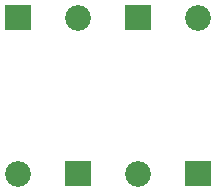
<source format=gbr>
G04 start of page 6 for group -4062 idx -4062 *
G04 Title: (unknown), soldermask *
G04 Creator: pcb 20110918 *
G04 CreationDate: Mon 25 Mar 2013 04:22:40 AM GMT UTC *
G04 For: ndholmes *
G04 Format: Gerber/RS-274X *
G04 PCB-Dimensions: 83000 80000 *
G04 PCB-Coordinate-Origin: lower left *
%MOIN*%
%FSLAX25Y25*%
%LNBOTTOMMASK*%
%ADD34C,0.0001*%
%ADD33C,0.0860*%
G54D33*X11500Y14000D03*
G54D34*G36*
X7200Y70300D02*Y61700D01*
X15800D01*
Y70300D01*
X7200D01*
G37*
G54D33*X31500Y66000D03*
G54D34*G36*
X47200Y70300D02*Y61700D01*
X55800D01*
Y70300D01*
X47200D01*
G37*
G36*
X67200Y18300D02*Y9700D01*
X75800D01*
Y18300D01*
X67200D01*
G37*
G54D33*X51500Y14000D03*
G54D34*G36*
X27200Y18300D02*Y9700D01*
X35800D01*
Y18300D01*
X27200D01*
G37*
G54D33*X71500Y66000D03*
M02*

</source>
